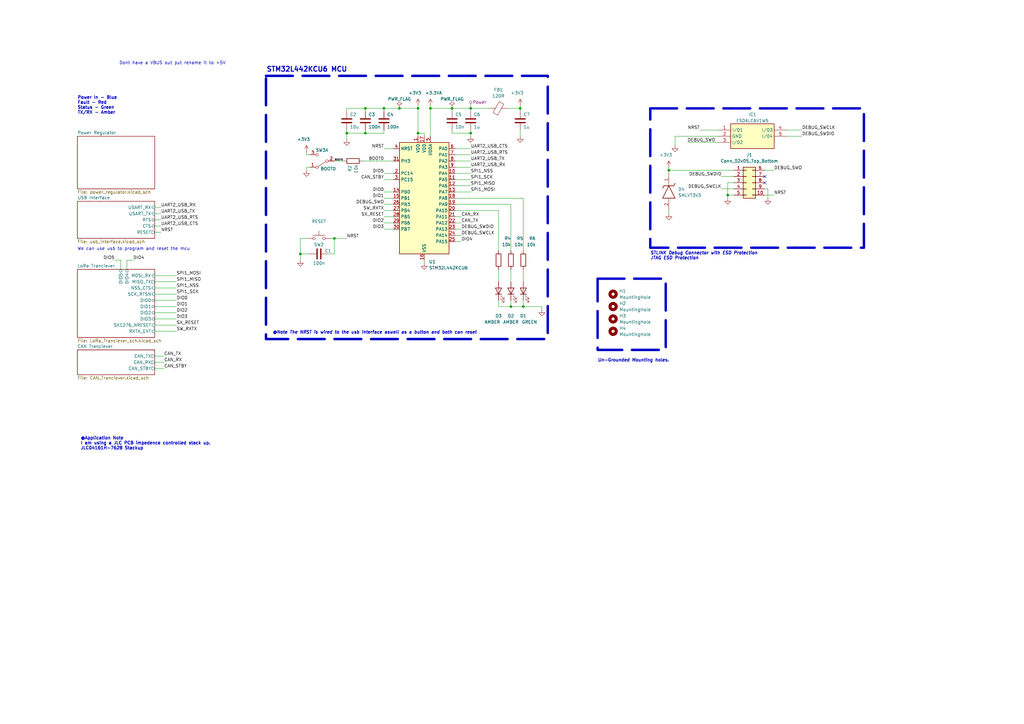
<source format=kicad_sch>
(kicad_sch (version 20230121) (generator eeschema)
  (paper "A3")
  (lib_symbols
    (symbol "Connector_Generic:Conn_02x05_Top_Bottom" (pin_names (offset 1.016) hide)
      (property "Reference" "J" (at 1.27 7.62 0))
      (property "Value" "Conn_02x05_Top_Bottom" (at 1.27 -7.62 0))
      (symbol "Conn_02x05_Top_Bottom_1_1"
        (rectangle (start -1.27 -4.953) (end 0 -5.207) (stroke (width 0.1524)))
        (rectangle (start -1.27 -2.413) (end 0 -2.667) (stroke (width 0.1524)))
        (rectangle (start -1.27 0.127) (end 0 -0.127) (stroke (width 0.1524)))
        (rectangle (start -1.27 2.667) (end 0 2.413) (stroke (width 0.1524)))
        (rectangle (start -1.27 5.207) (end 0 4.953) (stroke (width 0.1524)))
        (rectangle (start -1.27 6.35) (end 3.81 -6.35) (stroke (width 0.254)) (fill (type background)))
        (rectangle (start 3.81 -4.953) (end 2.54 -5.207) (stroke (width 0.1524)))
        (rectangle (start 3.81 -2.413) (end 2.54 -2.667) (stroke (width 0.1524)))
        (rectangle (start 3.81 0.127) (end 2.54 -0.127) (stroke (width 0.1524)))
        (rectangle (start 3.81 2.667) (end 2.54 2.413) (stroke (width 0.1524)))
        (rectangle (start 3.81 5.207) (end 2.54 4.953) (stroke (width 0.1524)))
        (pin passive line (at -5.08 5.08 0) (length 3.81) (name "Pin_1") (number "1"))
        (pin passive line (at 7.62 -5.08 180) (length 3.81) (name "Pin_10") (number "10"))
        (pin passive line (at -5.08 2.54 0) (length 3.81) (name "Pin_2") (number "2"))
        (pin passive line (at -5.08 0 0) (length 3.81) (name "Pin_3") (number "3"))
        (pin passive line (at -5.08 -2.54 0) (length 3.81) (name "Pin_4") (number "4"))
        (pin passive line (at -5.08 -5.08 0) (length 3.81) (name "Pin_5") (number "5"))
        (pin passive line (at 7.62 5.08 180) (length 3.81) (name "Pin_6") (number "6"))
        (pin passive line (at 7.62 2.54 180) (length 3.81) (name "Pin_7") (number "7"))
        (pin passive line (at 7.62 0 180) (length 3.81) (name "Pin_8") (number "8"))
        (pin passive line (at 7.62 -2.54 180) (length 3.81) (name "Pin_9") (number "9"))
      )
    )
    (symbol "Device:C" (pin_numbers hide) (pin_names (offset 0.254))
      (property "Reference" "C" (at 0.635 2.54 0))
      (property "Value" "C" (at 0.635 -2.54 0))
      (symbol "C_0_1"
        (polyline (pts (xy -2.032 -0.762) (xy 2.032 -0.762)) (stroke (width 0.508)))
        (polyline (pts (xy -2.032 0.762) (xy 2.032 0.762)) (stroke (width 0.508)))
      )
      (symbol "C_1_1"
        (pin passive line (at 0 3.81 270) (length 2.794) (name "~") (number "1"))
        (pin passive line (at 0 -3.81 90) (length 2.794) (name "~") (number "2"))
      )
    )
    (symbol "Device:FerriteBead" (pin_numbers hide) (pin_names (offset 0))
      (property "Reference" "FB" (at -3.81 0.635 90))
      (property "Value" "FerriteBead" (at 3.81 0 90))
      (symbol "FerriteBead_0_1"
        (polyline (pts (xy 0 -1.27) (xy 0 -1.2192)))
        (polyline (pts (xy 0 1.27) (xy 0 1.2954)))
        (polyline (pts (xy -2.7686 0.4064) (xy -1.7018 2.2606) (xy 2.7686 -0.3048) (xy 1.6764 -2.159) (xy -2.7686 0.4064)))
      )
      (symbol "FerriteBead_1_1"
        (pin passive line (at 0 3.81 270) (length 2.54) (name "~") (number "1"))
        (pin passive line (at 0 -3.81 90) (length 2.54) (name "~") (number "2"))
      )
    )
    (symbol "Device:LED" (pin_numbers hide) (pin_names (offset 1.016) hide)
      (property "Reference" "D" (at 0 2.54 0))
      (property "Value" "LED" (at 0 -2.54 0))
      (symbol "LED_0_1"
        (polyline (pts (xy -1.27 -1.27) (xy -1.27 1.27)) (stroke (width 0.254)))
        (polyline (pts (xy -1.27 0) (xy 1.27 0)))
        (polyline (pts (xy 1.27 -1.27) (xy 1.27 1.27) (xy -1.27 0) (xy 1.27 -1.27)) (stroke (width 0.254)))
        (polyline (pts (xy -3.048 -0.762) (xy -4.572 -2.286) (xy -3.81 -2.286) (xy -4.572 -2.286) (xy -4.572 -1.524)))
        (polyline (pts (xy -1.778 -0.762) (xy -3.302 -2.286) (xy -2.54 -2.286) (xy -3.302 -2.286) (xy -3.302 -1.524)))
      )
      (symbol "LED_1_1"
        (pin passive line (at -3.81 0 0) (length 2.54) (name "K") (number "1"))
        (pin passive line (at 3.81 0 180) (length 2.54) (name "A") (number "2"))
      )
    )
    (symbol "Device:R" (pin_numbers hide) (pin_names (offset 0))
      (property "Reference" "R" (at 2.032 0 90))
      (property "Value" "R" (at 0 0 90))
      (symbol "R_0_1"
        (rectangle (start -1.016 -2.54) (end 1.016 2.54) (stroke (width 0.254)))
      )
      (symbol "R_1_1"
        (pin passive line (at 0 3.81 270) (length 1.27) (name "~") (number "1"))
        (pin passive line (at 0 -3.81 90) (length 1.27) (name "~") (number "2"))
      )
    )
    (symbol "MCU_ST_STM32L4:STM32L442KCUx"
      (property "Reference" "U" (at -10.16 24.13 0))
      (property "Value" "STM32L442KCUx" (at 5.08 24.13 0))
      (symbol "STM32L442KCUx_0_1"
        (rectangle (start -10.16 -22.86) (end 10.16 22.86) (stroke (width 0.254)) (fill (type background)))
      )
      (symbol "STM32L442KCUx_1_1"
        (pin power_in line (at -2.54 25.4 270) (length 2.54) (name "VDD") (number "1"))
        (pin bidirectional line (at 12.7 10.16 180) (length 2.54) (name "PA4") (number "10"))
        (pin bidirectional line (at 12.7 7.62 180) (length 2.54) (name "PA5") (number "11"))
        (pin bidirectional line (at 12.7 5.08 180) (length 2.54) (name "PA6") (number "12"))
        (pin bidirectional line (at 12.7 2.54 180) (length 2.54) (name "PA7") (number "13"))
        (pin bidirectional line (at -12.7 2.54 0) (length 2.54) (name "PB0") (number "14"))
        (pin bidirectional line (at -12.7 0 0) (length 2.54) (name "PB1") (number "15"))
        (pin power_in line (at 0 -25.4 90) (length 2.54) (name "VSS") (number "16"))
        (pin power_in line (at 0 25.4 270) (length 2.54) (name "VDD") (number "17"))
        (pin bidirectional line (at 12.7 0 180) (length 2.54) (name "PA8") (number "18"))
        (pin bidirectional line (at 12.7 -2.54 180) (length 2.54) (name "PA9") (number "19"))
        (pin bidirectional line (at -12.7 10.16 0) (length 2.54) (name "PC14") (number "2"))
        (pin bidirectional line (at 12.7 -5.08 180) (length 2.54) (name "PA10") (number "20"))
        (pin bidirectional line (at 12.7 -7.62 180) (length 2.54) (name "PA11") (number "21"))
        (pin bidirectional line (at 12.7 -10.16 180) (length 2.54) (name "PA12") (number "22"))
        (pin bidirectional line (at 12.7 -12.7 180) (length 2.54) (name "PA13") (number "23"))
        (pin bidirectional line (at 12.7 -15.24 180) (length 2.54) (name "PA14") (number "24"))
        (pin bidirectional line (at 12.7 -17.78 180) (length 2.54) (name "PA15") (number "25"))
        (pin bidirectional line (at -12.7 -2.54 0) (length 2.54) (name "PB3") (number "26"))
        (pin bidirectional line (at -12.7 -5.08 0) (length 2.54) (name "PB4") (number "27"))
        (pin bidirectional line (at -12.7 -7.62 0) (length 2.54) (name "PB5") (number "28"))
        (pin bidirectional line (at -12.7 -10.16 0) (length 2.54) (name "PB6") (number "29"))
        (pin bidirectional line (at -12.7 7.62 0) (length 2.54) (name "PC15") (number "3"))
        (pin bidirectional line (at -12.7 -12.7 0) (length 2.54) (name "PB7") (number "30"))
        (pin bidirectional line (at -12.7 15.24 0) (length 2.54) (name "PH3") (number "31"))
        (pin passive line (at 0 -25.4 90) (length 2.54) hide (name "VSS") (number "32"))
        (pin passive line (at 0 -25.4 90) (length 2.54) hide (name "VSS") (number "33"))
        (pin input line (at -12.7 20.32 0) (length 2.54) (name "NRST") (number "4"))
        (pin power_in line (at 2.54 25.4 270) (length 2.54) (name "VDDA") (number "5"))
        (pin bidirectional line (at 12.7 20.32 180) (length 2.54) (name "PA0") (number "6"))
        (pin bidirectional line (at 12.7 17.78 180) (length 2.54) (name "PA1") (number "7"))
        (pin bidirectional line (at 12.7 15.24 180) (length 2.54) (name "PA2") (number "8"))
        (pin bidirectional line (at 12.7 12.7 180) (length 2.54) (name "PA3") (number "9"))
      )
    )
    (symbol "Mechanical:MountingHole" (pin_names (offset 1.016))
      (property "Reference" "H" (at 0 5.08 0))
      (property "Value" "MountingHole" (at 0 3.175 0))
      (symbol "MountingHole_0_1"
        (circle (center 0 0) (radius 1.27) (stroke (width 1.27)))
      )
    )
    (symbol "RF_Parts:ESDALC6V1W5"
      (property "Reference" "IC" (at 24.13 7.62 0))
      (property "Value" "ESDALC6V1W5" (at 24.13 5.08 0))
      (symbol "ESDALC6V1W5_1_1"
        (rectangle (start 5.08 2.54) (end 22.86 -7.62) (stroke (width 0.254)) (fill (type background)))
        (pin passive line (at 0 0 0) (length 5.08) (name "I/01") (number "1"))
        (pin passive line (at 0 -2.54 0) (length 5.08) (name "GND") (number "2"))
        (pin passive line (at 0 -5.08 0) (length 5.08) (name "I/02") (number "3"))
        (pin passive line (at 27.94 0 180) (length 5.08) (name "I/03") (number "4"))
        (pin passive line (at 27.94 -2.54 180) (length 5.08) (name "I/04") (number "5"))
      )
    )
    (symbol "RF_Parts:SMLVT3V3" (pin_names hide)
      (property "Reference" "D" (at 10.16 8.89 0))
      (property "Value" "SMLVT3V3" (at 10.16 6.35 0))
      (symbol "SMLVT3V3_1_1"
        (polyline (pts (xy 4.064 2.54) (xy 5.08 2.032)) (stroke (width 0.254)))
        (polyline (pts (xy 5.08 -2.032) (xy 5.08 2.032)) (stroke (width 0.254)))
        (polyline (pts (xy 5.08 -2.032) (xy 6.096 -2.54)) (stroke (width 0.254)))
        (polyline (pts (xy 5.08 0) (xy 10.16 2.54)) (stroke (width 0.254)))
        (polyline (pts (xy 10.16 -2.54) (xy 5.08 0)) (stroke (width 0.254)))
        (polyline (pts (xy 10.16 -2.54) (xy 10.16 2.54)) (stroke (width 0.254)))
        (pin passive line (at 0 0 0) (length 5.08) (name "K") (number "1"))
        (pin passive line (at 15.24 0 180) (length 5.08) (name "A") (number "2"))
      )
    )
    (symbol "Switch:SW_DPDT_x2" (pin_names (offset 0) hide)
      (property "Reference" "SW" (at 0 4.318 0))
      (property "Value" "SW_DPDT_x2" (at 0 -5.08 0))
      (symbol "SW_DPDT_x2_0_0"
        (circle (center -2.032 0) (radius 0.508))
        (circle (center 2.032 -2.54) (radius 0.508))
      )
      (symbol "SW_DPDT_x2_0_1"
        (polyline (pts (xy -1.524 0.254) (xy 1.651 2.286)))
        (circle (center 2.032 2.54) (radius 0.508))
      )
      (symbol "SW_DPDT_x2_1_1"
        (pin passive line (at 5.08 2.54 180) (length 2.54) (name "A") (number "1"))
        (pin passive line (at -5.08 0 0) (length 2.54) (name "B") (number "2"))
        (pin passive line (at 5.08 -2.54 180) (length 2.54) (name "C") (number "3"))
      )
      (symbol "SW_DPDT_x2_2_1"
        (pin passive line (at 5.08 2.54 180) (length 2.54) (name "A") (number "4"))
        (pin passive line (at -5.08 0 0) (length 2.54) (name "B") (number "5"))
        (pin passive line (at 5.08 -2.54 180) (length 2.54) (name "C") (number "6"))
      )
    )
    (symbol "Switch:SW_Push" (pin_numbers hide) (pin_names (offset 1.016) hide)
      (property "Reference" "SW" (at 1.27 2.54 0))
      (property "Value" "SW_Push" (at 0 -1.524 0))
      (symbol "SW_Push_0_1"
        (circle (center -2.032 0) (radius 0.508))
        (polyline (pts (xy 0 1.27) (xy 0 3.048)))
        (polyline (pts (xy 2.54 1.27) (xy -2.54 1.27)))
        (circle (center 2.032 0) (radius 0.508))
        (pin passive line (at -5.08 0 0) (length 2.54) (name "1") (number "1"))
        (pin passive line (at 5.08 0 180) (length 2.54) (name "2") (number "2"))
      )
    )
    (symbol "power:+3.3VA" (power) (pin_names (offset 0))
      (property "Value" "+3.3VA" (at 0 3.556 0))
      (symbol "+3.3VA_0_1"
        (polyline (pts (xy -0.762 1.27) (xy 0 2.54)))
        (polyline (pts (xy 0 0) (xy 0 2.54)))
        (polyline (pts (xy 0 2.54) (xy 0.762 1.27)))
      )
      (symbol "+3.3VA_1_1"
        (pin power_in line (at 0 0 90) (length 0) hide (name "+3.3VA") (number "1"))
      )
    )
    (symbol "power:+3V3" (power) (pin_names (offset 0))
      (property "Value" "+3V3" (at 0 3.556 0))
      (symbol "+3V3_0_1"
        (polyline (pts (xy -0.762 1.27) (xy 0 2.54)))
        (polyline (pts (xy 0 0) (xy 0 2.54)))
        (polyline (pts (xy 0 2.54) (xy 0.762 1.27)))
      )
      (symbol "+3V3_1_1"
        (pin power_in line (at 0 0 90) (length 0) hide (name "+3V3") (number "1"))
      )
    )
    (symbol "power:GND" (power) (pin_names (offset 0))
      (property "Value" "GND" (at 0 -3.81 0))
      (symbol "GND_0_1"
        (polyline (pts (xy 0 0) (xy 0 -1.27) (xy 1.27 -1.27) (xy 0 -2.54) (xy -1.27 -1.27) (xy 0 -1.27)))
      )
      (symbol "GND_1_1"
        (pin power_in line (at 0 0 270) (length 0) hide (name "GND") (number "1"))
      )
    )
    (symbol "power:PWR_FLAG" (power) (pin_numbers hide) (pin_names (offset 0) hide)
      (property "Value" "PWR_FLAG" (at 0 3.81 0))
      (symbol "PWR_FLAG_0_0"
        (pin power_out line (at 0 0 90) (length 0) (name "pwr") (number "1"))
      )
      (symbol "PWR_FLAG_0_1"
        (polyline (pts (xy 0 0) (xy 0 1.27) (xy -1.016 1.905) (xy 0 2.54) (xy 1.016 1.905) (xy 0 1.27)))
      )
    )
  )
  (junction (at 185.42 44.45))
  (junction (at 171.45 54.61))
  (junction (at 213.36 44.45))
  (junction (at 163.83 44.45))
  (junction (at 193.04 44.45))
  (junction (at 149.86 54.61))
  (junction (at 176.53 44.45))
  (junction (at 214.63 125.73))
  (junction (at 298.45 80.01))
  (junction (at 157.48 44.45))
  (junction (at 142.24 54.61))
  (junction (at 123.19 104.14))
  (junction (at 209.55 125.73))
  (junction (at 149.86 44.45))
  (junction (at 193.04 54.61))
  (junction (at 137.16 97.79))
  (junction (at 274.32 69.85))
  (junction (at 171.45 44.45))
  (no_connect (at 313.69 74.93))
  (no_connect (at 313.69 72.39))
  (wire (pts (xy 185.42 44.45) (xy 185.42 45.72)))
  (wire (pts (xy 52.07 106.68) (xy 54.61 106.68)))
  (wire (pts (xy 123.19 97.79) (xy 123.19 104.14)))
  (wire (pts (xy 186.69 78.74) (xy 193.04 78.74)))
  (wire (pts (xy 137.16 97.79) (xy 137.16 104.14)))
  (wire (pts (xy 314.96 81.28) (xy 314.96 77.47)))
  (wire (pts (xy 63.5 90.17) (xy 66.04 90.17)))
  (wire (pts (xy 298.45 80.01) (xy 300.99 80.01)))
  (wire (pts (xy 52.07 106.68) (xy 52.07 110.49)))
  (wire (pts (xy 127 68.58) (xy 125.73 68.58)))
  (wire (pts (xy 193.04 55.88) (xy 193.04 54.61)))
  (wire (pts (xy 125.73 97.79) (xy 123.19 97.79)))
  (wire (pts (xy 274.32 86.36) (xy 274.32 87.63)))
  (wire (pts (xy 63.5 135.89) (xy 72.39 135.89)))
  (wire (pts (xy 63.5 125.73) (xy 72.39 125.73)))
  (wire (pts (xy 193.04 44.45) (xy 200.66 44.45)))
  (wire (pts (xy 204.47 123.19) (xy 204.47 125.73)))
  (wire (pts (xy 281.94 58.42) (xy 294.64 58.42)))
  (wire (pts (xy 171.45 43.18) (xy 171.45 44.45)))
  (wire (pts (xy 176.53 44.45) (xy 185.42 44.45)))
  (wire (pts (xy 161.29 78.74) (xy 157.48 78.74)))
  (wire (pts (xy 63.5 148.59) (xy 67.31 148.59)))
  (wire (pts (xy 274.32 68.58) (xy 274.32 69.85)))
  (wire (pts (xy 204.47 86.36) (xy 186.69 86.36)))
  (wire (pts (xy 123.19 104.14) (xy 123.19 106.68)))
  (wire (pts (xy 295.91 77.47) (xy 300.99 77.47)))
  (wire (pts (xy 161.29 88.9) (xy 157.48 88.9)))
  (wire (pts (xy 213.36 44.45) (xy 213.36 45.72)))
  (wire (pts (xy 63.5 113.03) (xy 72.39 113.03)))
  (wire (pts (xy 185.42 54.61) (xy 193.04 54.61)))
  (wire (pts (xy 295.91 72.39) (xy 300.99 72.39)))
  (wire (pts (xy 142.24 54.61) (xy 149.86 54.61)))
  (wire (pts (xy 63.5 118.11) (xy 72.39 118.11)))
  (wire (pts (xy 214.63 115.57) (xy 214.63 110.49)))
  (wire (pts (xy 161.29 86.36) (xy 157.48 86.36)))
  (wire (pts (xy 125.73 68.58) (xy 125.73 69.85)))
  (wire (pts (xy 157.48 83.82) (xy 161.29 83.82)))
  (wire (pts (xy 63.5 123.19) (xy 72.39 123.19)))
  (wire (pts (xy 214.63 81.28) (xy 186.69 81.28)))
  (wire (pts (xy 204.47 125.73) (xy 209.55 125.73)))
  (wire (pts (xy 294.64 55.88) (xy 276.86 55.88)))
  (wire (pts (xy 157.48 60.96) (xy 161.29 60.96)))
  (wire (pts (xy 213.36 43.18) (xy 213.36 44.45)))
  (wire (pts (xy 317.5 80.01) (xy 313.69 80.01)))
  (wire (pts (xy 63.5 128.27) (xy 72.39 128.27)))
  (wire (pts (xy 171.45 54.61) (xy 171.45 55.88)))
  (wire (pts (xy 186.69 88.9) (xy 189.23 88.9)))
  (wire (pts (xy 186.69 63.5) (xy 193.04 63.5)))
  (wire (pts (xy 173.99 55.88) (xy 173.99 54.61)))
  (wire (pts (xy 63.5 87.63) (xy 66.04 87.63)))
  (wire (pts (xy 317.5 69.85) (xy 313.69 69.85)))
  (wire (pts (xy 137.16 66.04) (xy 140.97 66.04)))
  (wire (pts (xy 186.69 68.58) (xy 193.04 68.58)))
  (wire (pts (xy 298.45 80.01) (xy 298.45 81.28)))
  (wire (pts (xy 193.04 45.72) (xy 193.04 44.45)))
  (wire (pts (xy 186.69 76.2) (xy 193.04 76.2)))
  (wire (pts (xy 63.5 85.09) (xy 66.04 85.09)))
  (wire (pts (xy 49.53 106.68) (xy 49.53 110.49)))
  (wire (pts (xy 186.69 96.52) (xy 189.23 96.52)))
  (wire (pts (xy 161.29 91.44) (xy 157.48 91.44)))
  (wire (pts (xy 171.45 44.45) (xy 171.45 54.61)))
  (wire (pts (xy 142.24 44.45) (xy 142.24 45.72)))
  (wire (pts (xy 157.48 44.45) (xy 163.83 44.45)))
  (wire (pts (xy 176.53 44.45) (xy 176.53 55.88)))
  (wire (pts (xy 142.24 53.34) (xy 142.24 54.61)))
  (wire (pts (xy 208.28 44.45) (xy 213.36 44.45)))
  (wire (pts (xy 189.23 99.06) (xy 186.69 99.06)))
  (wire (pts (xy 63.5 115.57) (xy 72.39 115.57)))
  (wire (pts (xy 204.47 102.87) (xy 204.47 86.36)))
  (wire (pts (xy 322.58 53.34) (xy 328.93 53.34)))
  (wire (pts (xy 274.32 69.85) (xy 274.32 71.12)))
  (wire (pts (xy 298.45 74.93) (xy 300.99 74.93)))
  (wire (pts (xy 214.63 102.87) (xy 214.63 81.28)))
  (wire (pts (xy 186.69 66.04) (xy 193.04 66.04)))
  (wire (pts (xy 186.69 71.12) (xy 193.04 71.12)))
  (wire (pts (xy 214.63 125.73) (xy 209.55 125.73)))
  (wire (pts (xy 186.69 91.44) (xy 189.23 91.44)))
  (wire (pts (xy 193.04 53.34) (xy 193.04 54.61)))
  (wire (pts (xy 149.86 44.45) (xy 149.86 45.72)))
  (wire (pts (xy 149.86 54.61) (xy 157.48 54.61)))
  (wire (pts (xy 186.69 60.96) (xy 193.04 60.96)))
  (wire (pts (xy 157.48 53.34) (xy 157.48 54.61)))
  (wire (pts (xy 63.5 151.13) (xy 67.31 151.13)))
  (wire (pts (xy 137.16 104.14) (xy 134.62 104.14)))
  (wire (pts (xy 149.86 53.34) (xy 149.86 54.61)))
  (wire (pts (xy 142.24 44.45) (xy 149.86 44.45)))
  (wire (pts (xy 142.24 54.61) (xy 142.24 57.15)))
  (wire (pts (xy 63.5 130.81) (xy 72.39 130.81)))
  (wire (pts (xy 314.96 77.47) (xy 313.69 77.47)))
  (wire (pts (xy 204.47 115.57) (xy 204.47 110.49)))
  (wire (pts (xy 125.73 63.5) (xy 127 63.5)))
  (wire (pts (xy 209.55 83.82) (xy 186.69 83.82)))
  (wire (pts (xy 163.83 44.45) (xy 171.45 44.45)))
  (wire (pts (xy 127 104.14) (xy 123.19 104.14)))
  (wire (pts (xy 276.86 55.88) (xy 276.86 59.69)))
  (wire (pts (xy 137.16 97.79) (xy 142.24 97.79)))
  (wire (pts (xy 287.02 53.34) (xy 294.64 53.34)))
  (wire (pts (xy 157.48 44.45) (xy 149.86 44.45)))
  (wire (pts (xy 63.5 95.25) (xy 66.04 95.25)))
  (wire (pts (xy 186.69 73.66) (xy 193.04 73.66)))
  (wire (pts (xy 148.59 66.04) (xy 161.29 66.04)))
  (wire (pts (xy 161.29 81.28) (xy 157.48 81.28)))
  (wire (pts (xy 185.42 44.45) (xy 193.04 44.45)))
  (wire (pts (xy 209.55 102.87) (xy 209.55 83.82)))
  (wire (pts (xy 125.73 63.5) (xy 125.73 62.23)))
  (wire (pts (xy 214.63 123.19) (xy 214.63 125.73)))
  (wire (pts (xy 176.53 43.18) (xy 176.53 44.45)))
  (wire (pts (xy 222.25 127) (xy 222.25 125.73)))
  (wire (pts (xy 173.99 54.61) (xy 171.45 54.61)))
  (wire (pts (xy 209.55 125.73) (xy 209.55 123.19)))
  (wire (pts (xy 46.99 106.68) (xy 49.53 106.68)))
  (wire (pts (xy 185.42 53.34) (xy 185.42 54.61)))
  (wire (pts (xy 135.89 97.79) (xy 137.16 97.79)))
  (wire (pts (xy 173.99 106.68) (xy 173.99 107.95)))
  (wire (pts (xy 222.25 125.73) (xy 214.63 125.73)))
  (wire (pts (xy 322.58 55.88) (xy 328.93 55.88)))
  (wire (pts (xy 298.45 74.93) (xy 298.45 80.01)))
  (wire (pts (xy 213.36 53.34) (xy 213.36 55.88)))
  (wire (pts (xy 63.5 133.35) (xy 72.39 133.35)))
  (wire (pts (xy 186.69 93.98) (xy 189.23 93.98)))
  (wire (pts (xy 274.32 69.85) (xy 300.99 69.85)))
  (wire (pts (xy 157.48 44.45) (xy 157.48 45.72)))
  (wire (pts (xy 157.48 71.12) (xy 161.29 71.12)))
  (wire (pts (xy 157.48 73.66) (xy 161.29 73.66)))
  (wire (pts (xy 63.5 146.05) (xy 67.31 146.05)))
  (wire (pts (xy 209.55 115.57) (xy 209.55 110.49)))
  (wire (pts (xy 63.5 92.71) (xy 66.04 92.71)))
  (wire (pts (xy 63.5 120.65) (xy 72.39 120.65)))
  (wire (pts (xy 161.29 93.98) (xy 157.48 93.98)))
  (rectangle (start 109.093 31.115) (end 224.663 139.065) (stroke (width 1) (type dash)))
  (rectangle (start 478.79 15.24) (end 491.49 26.67))
  (rectangle (start 520.7 15.24) (end 538.48 29.21))
  (rectangle (start 497.84 17.78) (end 502.92 22.86))
  (rectangle (start 444.5 15.24) (end 452.12 26.67))
  (rectangle (start 245.11 114.3) (end 273.05 143.51) (stroke (width 1) (type dash)))
  (rectangle (start 444.5 8.89) (end 538.48 34.29))
  (rectangle (start 457.2 17.78) (end 463.55 24.13))
  (rectangle (start 266.7 44.45) (end 354.33 101.6) (stroke (width 1) (type dash)))
  (rectangle (start 461.01 29.21) (end 468.63 34.29))
  (text "MCU" (at 478.79 15.24 0) (effects (font (size 1.27 1.27)) (justify left bottom)))
  (text "@Note The NRST is wired to the usb interface aswell as a button and both can reset\n" (at 111.76 137.16 0) (effects (font (size 1.27 1.27) bold italic) (justify left bottom)))
  (text "Front\n" (at 444.5 7.62 0) (effects (font (size 1.27 1.27)) (justify left bottom)))
  (text "Un-Grounded Mounting holes." (at 245.11 148.59 0) (effects (font (size 1.27 1.27) (thickness 0.254) bold italic) (justify left bottom)))
  (text "COAX RF Anttenna\n" (at 520.7 15.24 0) (effects (font (size 1.27 1.27)) (justify left bottom)))
  (text "Final parts bill:\n\nLDO Voltage Regulator : https://www.digikey.ca/en/products/detail/texas-instruments/TLV2217-33KVURG3/1096010\n\nSTM32L562CET6 : https://www.st.com/en/microcontrollers-microprocessors/stm32l562ce.html#sample-buy\n\nRF Tranciever AT86RF215-ZU : https://www.digikey.ca/en/products/detail/microchip-technology/AT86RF215-ZU/5147177\n\nCAN Tranciever MCP2544WFD-E/FSN : https://www.digikey.ca/en/products/detail/microchip-technology/MCP2544WFD-E%2FSN/5975771\n\n8 MHz Crystal Occilator ECS-80-12-33-JGN-TR : https://www.digikey.ca/en/products/detail/ecs-inc/ECS-80-12-33-JGN-TR/10478754\n\nUSB ESD PROTECTION TVS : https://www.digikey.ca/en/products/detail/stmicroelectronics/USBLC6-2SC6/1040559\n\nSWD ESD PROTECTION IC : https://www.digikey.ca/en/products/detail/stmicroelectronics/ESDALC6V1W5/1037997\n\nSWD ESD PROTECTION DIODE : https://www.digikey.ca/en/products/detail/stmicroelectronics/SMLVT3V3/603521\n\nPOWER DIODE ESDA7P120-1U1M : https://www.digikey.ca/en/products/detail/stmicroelectronics/ESDA7P120-1U1M/6709858\n\nCAN Transciever ESD Protection ESDCAN03-2BWY : https://www.digikey.ca/en/products/detail/stmicroelectronics/ESDCAN03-2BWY/5305266\n\nButton Push : https://www.digikey.ca/en/products/detail/w%C3%BCrth-elektronik/434133025816/9950810\n\nCAN 2.0 Controller MCP2517FD-H/FSL : https://www.digikey.ca/en/products/detail/microchip-technology/MCP2517FD-H%2FSL/7691348?" (at 444.5 86.36 0) (effects (font (size 1.27 1.27)) (justify left bottom)))
  (text "STM32L442KCU6 MCU" (at 109.22 29.718 0) (effects (font (size 2 2) (thickness 0.4) bold) (justify left bottom)))
  (text "CAN Transciever\n" (at 453.39 17.78 0) (effects (font (size 1.27 1.27)) (justify left bottom)))
  (text "STLINK Debug Connector with ESD Protection\nJTAG ESD Protection" (at 266.7 106.68 0) (effects (font (size 1.27 1.27) (thickness 0.254) bold italic) (justify left bottom)))
  (text "@Application Note\nI am using a JLC PCB impedence controlled stack up.\nJLC04161H-7628 Stackup\n\n" (at 33.02 186.69 0) (effects (font (size 1.27 1.27) (thickness 0.254) bold) (justify left bottom)))
  (text "Power In - Blue\nFault - Red\nStatus - Green\nTX/RX - Amber" (at 31.75 46.99 0) (effects (font (size 1.27 1.27) (thickness 0.254) bold) (justify left bottom)))
  (text "USB\n" (at 461.01 31.75 0) (effects (font (size 1.27 1.27)) (justify left bottom)))
  (text "We can use usb to program and reset the mcu\n" (at 31.75 102.87 0) (effects (font (size 1.27 1.27)) (justify left bottom)))
  (text "CAN RJ45" (at 450.85 26.67 90) (effects (font (size 1.27 1.27)) (justify left bottom)))
  (text "RF Transciever\n" (at 495.3 17.78 0) (effects (font (size 1.27 1.27)) (justify left bottom)))
  (text "Dont have a VBUS out put rename it to +5V\n" (at 48.895 26.67 0) (effects (font (size 1.27 1.27)) (justify left bottom)))
  (label "DIO3" (at 157.48 93.98 180))
  (label "DIO4" (at 189.23 99.06 0))
  (label "SPI1_MISO" (at 72.39 115.57 0))
  (label "BOOT0" (at 137.16 66.04 0) (effects (font (size 0.7 0.7))))
  (label "SX_RESET" (at 157.48 88.9 180))
  (label "DEBUG_SWDIO" (at 189.23 93.98 0))
  (label "DEBUG_SWO" (at 281.94 58.42 0))
  (label "SPI1_SCK" (at 72.39 120.65 0))
  (label "DEBUG_SWO" (at 317.5 69.85 0))
  (label "NRST" (at 142.24 97.79 0))
  (label "UART2_USB_TX" (at 66.04 87.63 0))
  (label "UART2_USB_TX" (at 193.04 66.04 0))
  (label "DEBUG_SWDIO" (at 295.91 72.39 180))
  (label "CAN_STBY" (at 157.48 73.66 180))
  (label "DIO5" (at 46.99 106.68 180))
  (label "NRST" (at 287.02 53.34 180))
  (label "NRST" (at 317.5 80.01 0))
  (label "DIO1" (at 157.48 81.28 180))
  (label "CAN_RX" (at 189.23 88.9 0))
  (label "DIO3" (at 72.39 130.81 0))
  (label "DIO0" (at 72.39 123.19 0))
  (label "NRST" (at 157.48 60.96 180))
  (label "CAN_TX" (at 67.31 146.05 0))
  (label "SPI1_MOSI" (at 193.04 78.74 0))
  (label "UART2_USB_RX" (at 193.04 68.58 0))
  (label "SW_RXTX" (at 157.48 86.36 180))
  (label "DEBUG_SWO" (at 157.48 83.82 180))
  (label "CAN_STBY" (at 67.31 151.13 0))
  (label "DIO4" (at 54.61 106.68 0))
  (label "BOOT0" (at 157.48 66.04 180))
  (label "UART2_USB_CTS" (at 193.04 60.96 0))
  (label "UART2_USB_RTS" (at 66.04 90.17 0))
  (label "SPI1_NSS" (at 193.04 71.12 0))
  (label "DEBUG_SWCLK" (at 189.23 96.52 0))
  (label "DIO2" (at 72.39 128.27 0))
  (label "SPI1_NSS" (at 72.39 118.11 0))
  (label "UART2_USB_CTS" (at 66.04 92.71 0))
  (label "DIO2" (at 157.48 91.44 180))
  (label "SX_RESET" (at 72.39 133.35 0))
  (label "SW_RXTX" (at 72.39 135.89 0))
  (label "UART2_USB_RTS" (at 193.04 63.5 0))
  (label "DEBUG_SWDIO" (at 328.93 55.88 0))
  (label "DIO5" (at 157.48 71.12 180))
  (label "DIO0" (at 157.48 78.74 180))
  (label "SPI1_MISO" (at 193.04 76.2 0))
  (label "NRST" (at 66.04 95.25 0))
  (label "UART2_USB_RX" (at 66.04 85.09 0))
  (label "DIO1" (at 72.39 125.73 0))
  (label "SPI1_MOSI" (at 72.39 113.03 0))
  (label "DEBUG_SWCLK" (at 295.91 77.47 180))
  (label "CAN_TX" (at 189.23 91.44 0))
  (label "CAN_RX" (at 67.31 148.59 0))
  (label "SPI1_SCK" (at 193.04 73.66 0))
  (label "DEBUG_SWCLK" (at 328.93 53.34 0))
  (netclass_flag "" (length 2.54) (shape round) (at 193.04 44.45 0) (property "Netclass" "Power" (at 193.7385 41.91 0) (effects (font italic) (justify left))))
  (symbol (lib_id "Device:FerriteBead") (at 204.47 44.45 90) (unit 1)
    (property "Reference" "FB1" (at 204.4192 36.83 90))
    (property "Value" "120R" (at 204.4192 39.37 90))
    (property "Footprint" "Resistor_SMD:R_0603_1608Metric" (effects hide))
  )
  (symbol (lib_id "power:+3V3") (at 274.32 68.58 0) (unit 1)
    (property "Reference" "#PWR015" (effects hide))
    (property "Value" "+3V3" (at 273.05 63.5 0))
  )
  (symbol (lib_id "Device:C") (at 193.04 49.53 0) (unit 1)
    (property "Reference" "C6" (at 194.31 46.99 0) (effects (justify left)))
    (property "Value" "1u" (at 194.31 52.07 0) (effects (justify left)))
    (property "Footprint" "Capacitor_SMD:C_0402_1005Metric" (effects hide))
  )
  (symbol (lib_id "Device:C") (at 185.42 49.53 0) (unit 1)
    (property "Reference" "C5" (at 186.69 46.99 0) (effects (justify left)))
    (property "Value" "10n" (at 186.69 52.07 0) (effects (justify left)))
    (property "Footprint" "Capacitor_SMD:C_0402_1005Metric" (effects hide))
    (property "JLC #" "C183758" (effects hide))
  )
  (symbol (lib_id "power:GND") (at 142.24 57.15 0) (unit 1)
    (property "Reference" "#PWR05" (effects hide))
    (property "Value" "GND" (effects hide))
  )
  (symbol (lib_id "power:+3V3") (at 125.73 62.23 0) (unit 1)
    (property "Reference" "#PWR03" (effects hide))
    (property "Value" "+3V3" (at 124.46 57.15 0))
  )
  (symbol (lib_id "Device:C") (at 213.36 49.53 0) (unit 1)
    (property "Reference" "C7" (at 214.63 46.99 0) (effects (justify left)))
    (property "Value" "1u" (at 214.63 52.07 0) (effects (justify left)))
    (property "Footprint" "Capacitor_SMD:C_0402_1005Metric" (effects hide))
  )
  (symbol (lib_id "Device:R") (at 209.55 106.68 180) (unit 1)
    (property "Reference" "R5" (at 214.63 97.79 0) (effects (justify left)))
    (property "Value" "10k" (at 214.63 100.33 0) (effects (justify left)))
    (property "Footprint" "Resistor_SMD:R_0603_1608Metric" (effects hide))
  )
  (symbol (lib_id "Device:R") (at 144.78 66.04 90) (unit 1)
    (property "Reference" "R2" (at 143.51 70.485 0) (effects (justify left)))
    (property "Value" "10k" (at 146.05 71.12 0) (effects (justify left)))
    (property "Footprint" "Resistor_SMD:R_0402_1005Metric" (effects hide))
  )
  (symbol (lib_id "Mechanical:MountingHole") (at 251.46 125.73 0) (unit 1)
    (property "Reference" "H2" (at 254 124.46 0) (effects (justify left)))
    (property "Value" "MountingHole" (at 254 127 0) (effects (justify left)))
    (property "Footprint" "MountingHole:MountingHole_2.2mm_M2" (effects hide))
  )
  (symbol (lib_id "Device:R") (at 214.63 106.68 180) (unit 1)
    (property "Reference" "R6" (at 219.71 97.79 0) (effects (justify left)))
    (property "Value" "10k" (at 219.71 100.33 0) (effects (justify left)))
    (property "Footprint" "Resistor_SMD:R_0603_1608Metric" (effects hide))
  )
  (symbol (lib_id "Connector_Generic:Conn_02x05_Top_Bottom") (at 306.07 74.93 0) (unit 1)
    (property "Reference" "J1" (at 307.34 63.5 0))
    (property "Value" "Conn_02x05_Top_Bottom" (at 307.34 66.04 0))
    (property "Footprint" "Connector_PinHeader_2.54mm:PinHeader_2x05_P2.54mm_Vertical" (effects hide))
    (property "LCSC #" "C5116482" (effects hide))
  )
  (symbol (lib_id "Device:R") (at 204.47 106.68 180) (unit 1)
    (property "Reference" "R4" (at 209.55 97.79 0) (effects (justify left)))
    (property "Value" "10k" (at 209.55 100.33 0) (effects (justify left)))
    (property "Footprint" "Resistor_SMD:R_0603_1608Metric" (effects hide))
  )
  (symbol (lib_id "power:GND") (at 298.45 81.28 0) (unit 1)
    (property "Reference" "#PWR018" (effects hide))
    (property "Value" "GND" (effects hide))
  )
  (symbol (lib_id "Device:C") (at 157.48 49.53 0) (unit 1)
    (property "Reference" "C4" (at 158.75 46.99 0) (effects (justify left)))
    (property "Value" "100n" (at 158.75 52.07 0) (effects (justify left)))
    (property "Footprint" "Capacitor_SMD:C_0402_1005Metric" (effects hide))
    (property "Description" "100nF -20%,+80% 16V Y5V 0402 Multilayer Ceramic Capacitors MLCC - SMD/SMT RoHS" (effects hide))
    (property "JLC #" "C327414" (effects hide))
  )
  (symbol (lib_id "power:GND") (at 213.36 55.88 0) (unit 1)
    (property "Reference" "#PWR013" (effects hide))
    (property "Value" "GND" (effects hide))
  )
  (symbol (lib_id "power:PWR_FLAG") (at 185.42 44.45 0) (unit 1)
    (property "Reference" "#FLG02" (effects hide))
    (property "Value" "PWR_FLAG" (at 185.42 40.64 0))
  )
  (symbol (lib_id "power:+3V3") (at 213.36 43.18 0) (unit 1)
    (property "Reference" "#PWR012" (effects hide))
    (property "Value" "+3V3" (at 212.09 38.1 0))
  )
  (symbol (lib_id "Device:C") (at 130.81 104.14 90) (unit 1)
    (property "Reference" "C1" (at 135.89 102.87 90) (effects (justify left)))
    (property "Value" "100n" (at 133.35 107.95 90) (effects (justify left)))
    (property "Footprint" "Capacitor_SMD:C_0402_1005Metric" (effects hide))
    (property "Description" "100nF -20%,+80% 16V Y5V 0402 Multilayer Ceramic Capacitors MLCC - SMD/SMT RoHS" (effects hide))
    (property "JLC #" "C327414" (effects hide))
  )
  (symbol (lib_id "RF_Parts:SMLVT3V3") (at 274.32 71.12 270) (unit 1)
    (property "Reference" "D4" (at 278.13 77.597 90) (effects (justify left)))
    (property "Value" "SMLVT3V3" (at 278.13 80.137 90) (effects (justify left)))
    (property "Footprint" "footprints:DIOM5436X265N" (effects hide))
    (property "Datasheet" "https://www.st.com/resource/en/datasheet/smlvt3v3.pdf" (effects hide))
    (property "JLC #" "C283619" (effects hide))
    (property "JLC Link" "https://jlcpcb.com/partdetail/Stmicroelectronics-SMLVT3V3/C283619" (effects hide))
    (property "Description" "7.3V 4.1V 3.3V SMB TVS ROHS" (effects hide))
    (property "LCSC #" "C283619" (effects hide))
  )
  (symbol (lib_id "power:GND") (at 123.19 106.68 0) (unit 1)
    (property "Reference" "#PWR02" (effects hide))
    (property "Value" "GND" (effects hide))
  )
  (symbol (lib_id "power:GND") (at 125.73 69.85 0) (unit 1)
    (property "Reference" "#PWR04" (effects hide))
    (property "Value" "GND" (effects hide))
  )
  (symbol (lib_id "Device:LED") (at 209.55 119.38 90) (unit 1)
    (property "Reference" "D2" (at 209.55 129.54 90))
    (property "Value" "AMBER" (at 209.55 132.08 90))
    (property "Footprint" "LED_SMD:LED_0603_1608Metric" (effects hide))
    (property "JLC Link" "https://jlcpcb.com/partdetail/RohmSemicon-SMLD12D8WT86/C510024" (effects hide))
    (property "Description" "White -40℃~+85℃ 605nm~605nm Amber 54mW 0603 Light Emitting Diodes (LED) ROHS" (effects hide))
    (property "JLC #" "C510024" (effects hide))
    (property "LCSC #" "C2842814" (effects hide))
  )
  (symbol (lib_id "Device:LED") (at 214.63 119.38 90) (unit 1)
    (property "Reference" "D3" (at 204.47 129.54 90))
    (property "Value" "AMBER" (at 201.93 132.08 90))
    (property "Footprint" "LED_SMD:LED_0603_1608Metric" (effects hide))
    (property "JLC Link" "https://jlcpcb.com/partdetail/RohmSemicon-SMLD12D8WT86/C510024" (effects hide))
    (property "Description" "White -40℃~+85℃ 605nm~605nm Amber 54mW 0603 Light Emitting Diodes (LED) ROHS" (effects hide))
    (property "JLC #" "C510024" (effects hide))
    (property "LCSC #" "C2842814" (effects hide))
  )
  (symbol (lib_id "power:GND") (at 222.25 127 0) (unit 1)
    (property "Reference" "#PWR014" (effects hide))
    (property "Value" "GND" (effects hide))
  )
  (symbol (lib_id "power:PWR_FLAG") (at 163.83 44.45 0) (unit 1)
    (property "Reference" "#FLG01" (effects hide))
    (property "Value" "PWR_FLAG" (at 163.83 40.64 0))
  )
  (symbol (lib_id "power:GND") (at 276.86 59.69 0) (unit 1)
    (property "Reference" "#PWR017" (effects hide))
    (property "Value" "GND" (effects hide))
  )
  (symbol (lib_id "RF_Parts:ESDALC6V1W5") (at 294.64 53.34 0) (unit 1)
    (property "Reference" "IC1" (at 308.61 46.99 0))
    (property "Value" "ESDALC6V1W5" (at 308.61 49.53 0))
    (property "Footprint" "footprints:SOT65P210X110-5N" (effects hide))
    (property "Datasheet" "http://www.st.com/web/en/resource/technical/document/datasheet/CD00002946.pdf" (effects hide))
    (property "JLC #" "C703691" (effects hide))
    (property "Description" "6.1V 6.1V 4 3V SOT-323-5  ESD Protection Devices ROHS" (effects hide))
    (property "LCSC #" "C2827626" (effects hide))
  )
  (symbol (lib_id "power:+3V3") (at 171.45 43.18 0) (unit 1)
    (property "Reference" "#PWR08" (effects hide))
    (property "Value" "+3V3" (at 170.18 38.1 0))
  )
  (symbol (lib_id "power:GND") (at 193.04 55.88 0) (unit 1)
    (property "Reference" "#PWR011" (effects hide))
    (property "Value" "GND" (effects hide))
  )
  (symbol (lib_id "Device:LED") (at 204.47 119.38 90) (unit 1)
    (property "Reference" "D1" (at 214.63 129.54 90))
    (property "Value" "GREEN" (at 217.17 132.08 90))
    (property "Footprint" "LED_SMD:LED_0603_1608Metric" (effects hide))
    (property "JLC Link" "https://jlcpcb.com/partdetail/ChauLight-ZG7_1608C_06F7Z3/C2689217" (effects hide))
    (property "Description" "Colorless transparence -40℃~+85℃ 569.5nm~577.5nm Green/Yellow-Green 120° 60mW 0603 Light Emitting Diodes (LED) ROHS" (effects hide))
    (property "JLC #" "C2689217" (effects hide))
    (property "LCSC #" "C72043" (effects hide))
  )
  (symbol (lib_id "power:+3.3VA") (at 176.53 43.18 0) (unit 1)
    (property "Reference" "#PWR010" (effects hide))
    (property "Value" "+3.3VA" (at 177.8 38.1 0))
  )
  (symbol (lib_id "Mechanical:MountingHole") (at 251.46 120.65 0) (unit 1)
    (property "Reference" "H1" (at 254 119.38 0) (effects (justify left)))
    (property "Value" "MountingHole" (at 254 121.92 0) (effects (justify left)))
    (property "Footprint" "MountingHole:MountingHole_2.2mm_M2" (effects hide))
  )
  (symbol (lib_id "Mechanical:MountingHole") (at 251.46 135.89 0) (unit 1)
    (property "Reference" "H4" (at 254 134.62 0) (effects (justify left)))
    (property "Value" "MountingHole" (at 254 137.16 0) (effects (justify left)))
    (property "Footprint" "MountingHole:MountingHole_2.2mm_M2" (effects hide))
  )
  (symbol (lib_id "Mechanical:MountingHole") (at 251.46 130.81 0) (unit 1)
    (property "Reference" "H3" (at 254 129.54 0) (effects (justify left)))
    (property "Value" "MountingHole" (at 254 132.08 0) (effects (justify left)))
    (property "Footprint" "MountingHole:MountingHole_2.2mm_M2" (effects hide))
  )
  (symbol (lib_id "Device:C") (at 142.24 49.53 0) (unit 1)
    (property "Reference" "C2" (at 143.51 46.99 0) (effects (justify left)))
    (property "Value" "10u" (at 143.51 52.07 0) (effects (justify left)))
    (property "Footprint" "Capacitor_SMD:C_0805_2012Metric" (effects hide))
    (property "DK #" "1276-2872-2-ND" (effects hide))
    (property "DK Link" "https://www.digikey.ca/en/products/detail/samsung-electro-mechanics/CL21B106KOQNNNE/3888530" (effects hide))
    (property "Description" "CAP CER 10UF 16V X7R 0805" (effects hide))
    (property "MPN" "CL21B106KOQNNNE" (effects hide))
    (property "LCSC #" "C95841" (effects hide))
  )
  (symbol (lib_id "Switch:SW_DPDT_x2") (at 132.08 66.04 180) (unit 1)
    (property "Reference" "SW3" (at 132.08 61.595 0))
    (property "Value" "BOOT0" (at 134.62 69.215 0))
    (property "Footprint" "Button_Switch_SMD:SW_SPDT_PCM12" (effects hide))
    (property "LCSC #" "C221841" (effects hide))
  )
  (symbol (lib_id "Switch:SW_Push") (at 130.81 97.79 0) (unit 1)
    (property "Reference" "SW2" (at 130.81 100.33 0))
    (property "Value" "RESET" (at 130.81 90.805 0))
    (property "Footprint" "Button_Switch_SMD:SW_SPST_PTS810" (effects hide))
    (property "LCSC #" "C221896" (effects hide))
  )
  (symbol (lib_id "power:GND") (at 173.99 107.95 0) (unit 1)
    (property "Reference" "#PWR09" (effects hide))
    (property "Value" "GND" (effects hide))
  )
  (symbol (lib_id "Device:C") (at 149.86 49.53 0) (unit 1)
    (property "Reference" "C3" (at 151.13 46.99 0) (effects (justify left)))
    (property "Value" "100n" (at 151.13 52.07 0) (effects (justify left)))
    (property "Footprint" "Capacitor_SMD:C_0402_1005Metric" (effects hide))
    (property "Description" "100nF -20%,+80% 16V Y5V 0402 Multilayer Ceramic Capacitors MLCC - SMD/SMT RoHS" (effects hide))
    (property "JLC #" "C327414" (effects hide))
  )
  (symbol (lib_id "power:GND") (at 274.32 87.63 0) (unit 1)
    (property "Reference" "#PWR016" (effects hide))
    (property "Value" "GND" (effects hide))
  )
  (symbol (lib_id "power:GND") (at 314.96 81.28 0) (unit 1)
    (property "Reference" "#PWR019" (effects hide))
    (property "Value" "GND" (effects hide))
  )
  (symbol (lib_id "MCU_ST_STM32L4:STM32L442KCUx") (at 173.99 81.28 0) (unit 1)
    (property "Reference" "U1" (at 175.9459 107.315 0) (effects (justify left)))
    (property "Value" "STM32L442KCU6" (at 175.9459 109.855 0) (effects (justify left)))
    (property "Footprint" "Package_DFN_QFN:QFN-32-1EP_5x5mm_P0.5mm_EP3.45x3.45mm" (effects hide))
    (property "Datasheet" "https://www.st.com/resource/en/datasheet/stm32l442kc.pdf" (effects hide))
    (property "JLC #" "C2969865" (effects hide))
    (property "LCSC #" "C2969865" (effects hide))
  )
  (sheet (at 31.75 82.55) (size 31.75 15.24) (stroke (width 0.1524))
    (property "Sheetname" "USB Interface" (at 31.75 81.8384 0) (effects (justify left bottom)))
    (property "Sheetfile" "usb_interface.kicad_sch" (at 31.75 98.3746 0) (effects (justify left top)))
    (pin "USART_RX" input (at 63.5 85.09 0))
    (pin "USART_TX" input (at 63.5 87.63 0))
    (pin "RTS" bidirectional (at 63.5 90.17 0))
    (pin "CTS" bidirectional (at 63.5 92.71 0))
    (pin "RESET" output (at 63.5 95.25 0))
  )
  (sheet (at 31.75 55.88) (size 31.75 21.59) (stroke (width 0.1524))
    (property "Sheetname" "Power Regulator" (at 31.75 55.1684 0) (effects (justify left bottom)))
    (property "Sheetfile" "power_regulator.kicad_sch" (at 31.75 78.0546 0) (effects (justify left top)))
  )
  (sheet (at 31.75 110.49) (size 31.75 27.94) (stroke (width 0.1524))
    (property "Sheetname" "LoRa Tranciever" (at 31.75 109.7784 0) (effects (justify left bottom)))
    (property "Sheetfile" "LoRa_Tranciever_sch.kicad_sch" (at 31.75 139.0146 0) (effects (justify left top)))
    (pin "DIO2" bidirectional (at 63.5 128.27 0))
    (pin "DIO3" bidirectional (at 63.5 130.81 0))
    (pin "DIO1" bidirectional (at 63.5 125.73 0))
    (pin "SX1276_NRESET" input (at 63.5 133.35 0))
    (pin "SCK_RTSN" input (at 63.5 120.65 0))
    (pin "MOSI_RX" input (at 63.5 113.03 0))
    (pin "NSS_CTS" input (at 63.5 118.11 0))
    (pin "MISO_TX" output (at 63.5 115.57 0))
    (pin "RXTX_EXT" input (at 63.5 135.89 0))
    (pin "DIO0" bidirectional (at 63.5 123.19 0))
    (pin "DIO4" bidirectional (at 52.07 110.49 90))
    (pin "DIO5" bidirectional (at 49.53 110.49 90))
  )
  (sheet (at 31.75 143.51) (size 31.75 10.16) (stroke (width 0.1524))
    (property "Sheetname" "CAN Tranciever" (at 31.75 142.7984 0) (effects (justify left bottom)))
    (property "Sheetfile" "CAN_Tranciever.kicad_sch" (at 31.75 154.2546 0) (effects (justify left top)))
    (pin "CAN_TX" output (at 63.5 146.05 0))
    (pin "CAN_RX" output (at 63.5 148.59 0))
    (pin "CAN_STBY" output (at 63.5 151.13 0))
  )
)
</source>
